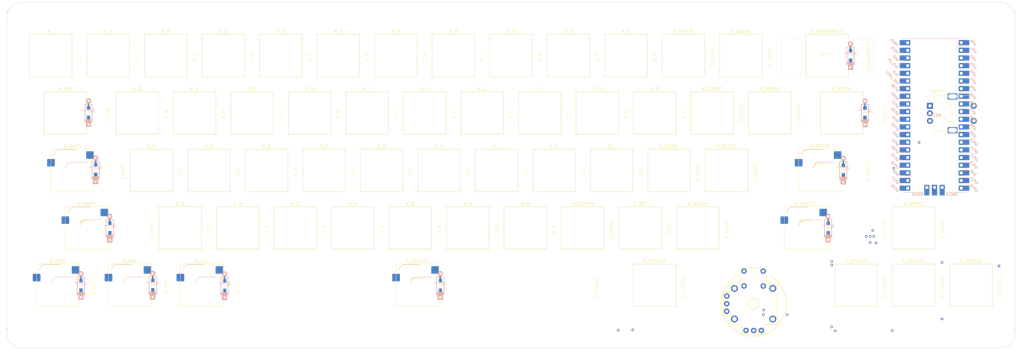
<source format=kicad_pcb>
(kicad_pcb (version 20221018) (generator pcbnew)
  (layers (0 "F.Cu" signal) (31 "B.Cu" signal) (34 "B.Paste" user) (35 "F.Paste" user) (36 "B.SilkS" user "B.Silkscreen") (37 "F.SilkS" user "F.Silkscreen") (38 "B.Mask" user) (39 "F.Mask" user) (44 "Edge.Cuts" user))
  (net 0 "")
  (footprint "Mounting_Keyboard_Stabilizer:Stabilizer_Cherry_MX_6.25u" (layer "F.Cu") (at 283.682955 230.679926)
    (fp_text reference "REF**" (at 0 -2) (layer "F.SilkS"))
    (fp_text value "Stabilizer_Cherry_MX_6.25u" hide)
    (pad "" np_thru_hole circle (at -50 -6.985) (size 3.048 3.048) (drill 3.048) (layers "F&B.Cu" "*.Mask"))
    (pad "" np_thru_hole circle (at -50 8.225) (size 3.9878 3.9878) (drill 3.9878) (layers "F&B.Cu" "*.Mask"))
    (pad "" np_thru_hole circle (at 50 -6.985) (size 3.048 3.048) (drill 3.048) (layers "F&B.Cu" "*.Mask"))
    (pad "" np_thru_hole circle (at 50 8.225) (size 3.9878 3.9878) (drill 3.9878) (layers "F&B.Cu" "*.Mask"))
  )
  (footprint "personal:nothing" (layer "F.Cu") (at 438.945968 174.030227 90)
    (fp_text reference "D_BSLSH" (at 0 -0.5 90 unlocked) (layer "F.SilkS") (effects (font (thickness 0.1))))
    (fp_text value "D")
  )
  (footprint "Switch_Keyboard_Hotswap_Kailh:SW_Kailh_MX_top plate" (layer "F.Cu") (at 233.658468 192.580227)
    (fp_text reference "K_D" (at 0 -8) (layer "F.SilkS"))
    (fp_text value "KEYSW")
    (fp_rect (start -6.97 -6.97) (end 6.98 6.98) (stroke (width 0.05)) (fill none) (layer "Edge.Cuts"))
  )
  (footprint "Switch_Keyboard_Hotswap_Kailh:SW_Kailh_MX_top plate" (layer "F.Cu") (at 386.058468 192.580227)
    (fp_text reference "K_QUOTE" (at 0 -8) (layer "F.SilkS"))
    (fp_text value "KEYSW")
    (fp_rect (start -6.97 -6.97) (end 6.98 6.98) (stroke (width 0.05)) (fill none) (layer "Edge.Cuts"))
  )
  (footprint "Switch_Keyboard_Hotswap_Kailh:SW_Kailh_MX_top plate" (layer "F.Cu") (at 424.158468 173.530227)
    (fp_text reference "K_BSLSH" (at 0 -8) (layer "F.SilkS"))
    (fp_text value "KEYSW")
    (fp_rect (start -6.97 -6.97) (end 6.98 6.98) (stroke (width 0.05)) (fill none) (layer "Edge.Cuts"))
  )
  (footprint "personal:nothing" (layer "F.Cu") (at 300.833468 193.080227 90)
    (fp_text reference "D_H" (at 0 -0.5 90 unlocked) (layer "F.SilkS") (effects (font (thickness 0.1))))
    (fp_text value "D")
  )
  (footprint "Switch_Keyboard_Hotswap_Kailh:SW_Kailh_MX_top plate" (layer "F.Cu") (at 419.395968 154.480227)
    (fp_text reference "K_BACKSPACE" (at 0 -8) (layer "F.SilkS"))
    (fp_text value "KEYSW")
    (fp_rect (start -6.97 -6.97) (end 6.98 6.98) (stroke (width 0.05)) (fill none) (layer "Edge.Cuts"))
  )
  (footprint "personal:nothing" (layer "F.Cu") (at 391.320968 174.030227 90)
    (fp_text reference "D_CBRAC" (at 0 -0.5 90 unlocked) (layer "F.SilkS") (effects (font (thickness 0.1))))
    (fp_text value "D")
  )
  (footprint "Switch_Keyboard_Hotswap_Kailh:SW_Kailh_MX_top plate" (layer "F.Cu") (at 367.008468 192.580227)
    (fp_text reference "K_SEMIC" (at 0 -8) (layer "F.SilkS"))
    (fp_text value "KEYSW")
    (fp_rect (start -6.97 -6.97) (end 6.98 6.98) (stroke (width 0.05)) (fill none) (layer "Edge.Cuts"))
  )
  (footprint "Switch_Keyboard_Hotswap_Kailh:SW_Kailh_MX_top plate" (layer "F.Cu") (at 390.820968 154.480227)
    (fp_text reference "K_EQUAL" (at 0 -8) (layer "F.SilkS"))
    (fp_text value "KEYSW")
    (fp_rect (start -6.97 -6.97) (end 6.98 6.98) (stroke (width 0.05)) (fill none) (layer "Edge.Cuts"))
  )
  (footprint "personal:nothing" (layer "F.Cu") (at 238.920968 174.030227 90)
    (fp_text reference "D_E" (at 0 -0.5 90 unlocked) (layer "F.SilkS") (effects (font (thickness 0.1))))
    (fp_text value "D")
  )
  (footprint "personal:nothing" (layer "F.Cu") (at 334.170968 174.030227 90)
    (fp_text reference "D_I" (at 0 -0.5 90 unlocked) (layer "F.SilkS") (effects (font (thickness 0.1))))
    (fp_text value "D")
  )
  (footprint "personal:nothing" (layer "F.Cu") (at 315.120968 174.030227 90)
    (fp_text reference "D_U" (at 0 -0.5 90 unlocked) (layer "F.SilkS") (effects (font (thickness 0.1))))
    (fp_text value "D")
  )
  (footprint "Switch_Keyboard_Hotswap_Kailh:SW_Kailh_MX_top plate" (layer "F.Cu") (at 243.183468 211.630227)
    (fp_text reference "K_C" (at 0 -8) (layer "F.SilkS"))
    (fp_text value "KEYSW")
    (fp_rect (start -6.97 -6.97) (end 6.98 6.98) (stroke (width 0.05)) (fill none) (layer "Edge.Cuts"))
  )
  (footprint "personal:nothing" (layer "F.Cu") (at 196.058468 212.130227 90)
    (fp_text reference "D_SHIFT" (at 0 -0.5 90 unlocked) (layer "F.SilkS") (effects (font (thickness 0.1))))
    (fp_text value "D")
  )
  (footprint "personal:nothing" (layer "F.Cu") (at 257.970968 174.030227 90)
    (fp_text reference "D_R" (at 0 -0.5 90 unlocked) (layer "F.SilkS") (effects (font (thickness 0.1))))
    (fp_text value "D")
  )
  (footprint "Switch_Keyboard_Hotswap_Kailh:SW_Kailh_MX_top plate" (layer "F.Cu") (at 181.270968 154.480227)
    (fp_text reference "K_1" (at 0 -8) (layer "F.SilkS"))
    (fp_text value "KEYSW")
    (fp_rect (start -6.97 -6.97) (end 6.98 6.98) (stroke (width 0.05)) (fill none) (layer "Edge.Cuts"))
  )
  (footprint "Switch_Keyboard_Hotswap_Kailh:SW_Kailh_MX_top plate" (layer "F.Cu") (at 190.795968 173.530227)
    (fp_text reference "K_Q" (at 0 -8) (layer "F.SilkS"))
    (fp_text value "KEYSW")
    (fp_rect (start -6.97 -6.97) (end 6.98 6.98) (stroke (width 0.05)) (fill none) (layer "Edge.Cuts"))
  )
  (footprint "personal:nothing" (layer "F.Cu") (at 324.645968 154.980227 90)
    (fp_text reference "D_8" (at 0 -0.5 90 unlocked) (layer "F.SilkS") (effects (font (thickness 0.1))))
    (fp_text value "D")
  )
  (footprint "Switch_Keyboard_Hotswap_Kailh:SW_Kailh_MX_top plate" (layer "F.Cu") (at 166.983468 173.530227)
    (fp_text reference "K_TAB" (at 0 -8) (layer "F.SilkS"))
    (fp_text value "KEYSW")
    (fp_rect (start -6.97 -6.97) (end 6.98 6.98) (stroke (width 0.05)) (fill none) (layer "Edge.Cuts"))
  )
  (footprint "Switch_Keyboard_Hotswap_Kailh:SW_Kailh_MX_top plate" (layer "F.Cu") (at 371.770968 154.480227)
    (fp_text reference "K_MINUS" (at 0 -8) (layer "F.SilkS"))
    (fp_text value "KEYSW")
    (fp_rect (start -6.97 -6.97) (end 6.98 6.98) (stroke (width 0.05)) (fill none) (layer "Edge.Cuts"))
  )
  (footprint "personal:nothing" (layer "F.Cu") (at 305.595968 154.980227 90)
    (fp_text reference "D_7" (at 0 -0.5 90 unlocked) (layer "F.SilkS") (effects (font (thickness 0.1))))
    (fp_text value "D")
  )
  (footprint "Switch_Keyboard_Hotswap_Kailh:SW_Kailh_MX_top plate" (layer "F.Cu") (at 257.470968 154.480227)
    (fp_text reference "K_5" (at 0 -8) (layer "F.SilkS"))
    (fp_text value "KEYSW")
    (fp_rect (start -6.97 -6.97) (end 6.98 6.98) (stroke (width 0.05)) (fill none) (layer "Edge.Cuts"))
  )
  (footprint "Switch_Keyboard_Hotswap_Kailh:SW_Hotswap_Kailh_MX_6.25u" (layer "F.Cu") (at 283.664718 230.680227)
    (fp_text reference "K_SPACE1" (at 0 -8) (layer "F.SilkS"))
    (fp_text value "KEYSW")
    (pad "" np_thru_hole circle (at -5.08 0) (size 1.75 1.75) (drill 1.75) (layers "F&B.Cu" "*.Mask"))
    (pad "" np_thru_hole circle (at -3.81 -2.54) (size 3.05 3.05) (drill 3.05) (layers "F&B.Cu" "*.Mask"))
    (pad "" np_thru_hole circle (at 0 0) (size 4 4) (drill 4) (layers "F&B.Cu" "*.Mask"))
    (pad "" np_thru_hole circle (at 2.54 -5.08) (size 3.05 3.05) (drill 3.05) (layers "F&B.Cu" "*.Mask"))
    (pad "" np_thru_hole circle (at 5.08 0) (size 1.75 1.75) (drill 1.75) (layers "F&B.Cu" "*.Mask"))
    (pad "1" smd roundrect (at -7.085 -2.54) (size 2.55 2.5) (layers "B.Cu" "B.Paste" "B.Mask") (roundrect_rratio 0.1))
    (pad "2" smd roundrect (at 5.842 -5.08) (size 2.55 2.5) (layers "B.Cu" "B.Paste" "B.Mask") (roundrect_rratio 0.1))
  )
  (footprint "personal:nothing" (layer "F.Cu") (at 343.695968 154.980227 90)
    (fp_text reference "D_9" (at 0 -0.5 90 unlocked) (layer "F.SilkS") (effects (font (thickness 0.1))))
    (fp_text value "D")
  )
  (footprint "personal:nothing" (layer "F.Cu") (at 277.020968 174.030227 90)
    (fp_text reference "D_T" (at 0 -0.5 90 unlocked) (layer "F.SilkS") (effects (font (thickness 0.1))))
    (fp_text value "D")
  )
  (footprint "Switch_Keyboard_Hotswap_Kailh:SW_Kailh_MX_top plate" (layer "F.Cu") (at 376.533468 211.630227)
    (fp_text reference "K_SLASH" (at 0 -8) (layer "F.SilkS"))
    (fp_text value "KEYSW")
    (fp_rect (start -6.97 -6.97) (end 6.98 6.98) (stroke (width 0.05)) (fill none) (layer "Edge.Cuts"))
  )
  (footprint "personal:nothing" (layer "F.Cu") (at 400.845968 154.980227 90)
    (fp_text reference "D_EQUAL" (at 0 -0.5 90 unlocked) (layer "F.SilkS") (effects (font (thickness 0.1))))
    (fp_text value "D")
  )
  (footprint "Switch_Keyboard_Hotswap_Kailh:SW_Kailh_MX_top plate" (layer "F.Cu") (at 238.420968 154.480227)
    (fp_text reference "K_4" (at 0 -8) (layer "F.SilkS"))
    (fp_text value "KEYSW")
    (fp_rect (start -6.97 -6.97) (end 6.98 6.98) (stroke (width 0.05)) (fill none) (layer "Edge.Cuts"))
  )
  (footprint "Switch_Keyboard_Hotswap_Kailh:SW_Kailh_MX_top plate" (layer "F.Cu") (at 200.320968 154.480227)
    (fp_text reference "K_2" (at 0 -8) (layer "F.SilkS"))
    (fp_text value "KEYSW")
    (fp_rect (start -6.97 -6.97) (end 6.98 6.98) (stroke (width 0.05)) (fill none) (layer "Edge.Cuts"))
  )
  (footprint "personal:nothing" (layer "F.Cu") (at 186.533468 193.080227 90)
    (fp_text reference "D_CAPS" (at 0 -0.5 90 unlocked) (layer "F.SilkS") (effects (font (thickness 0.1))))
    (fp_text value "D")
  )
  (footprint "Switch_Keyboard_Hotswap_Kailh:SW_Hotswap_Kailh_MX_2.75u" (layer "F.Cu") (at 412.252218 211.630227)
    (fp_text reference "K_SHIFT1" (at 0 -8) (layer "F.SilkS"))
    (fp_text value "KEYSW")
    (pad "" np_thru_hole circle (at -5.08 0) (size 1.75 1.75) (drill 1.75) (layers "F&B.Cu" "*.Mask"))
    (pad "" np_thru_hole circle (at -3.81 -2.54) (size 3.05 3.05) (drill 3.05) (layers "F&B.Cu" "*.Mask"))
    (pad "" np_thru_hole circle (at 0 0) (size 4 4) (drill 4) (layers "F&B.Cu" "*.Mask"))
    (pad "" np_thru_hole circle (at 2.54 -5.08) (size 3.05 3.05) (drill 3.05) (layers "F&B.Cu" "*.Mask"))
    (pad "" np_thru_hole circle (at 5.08 0) (size 1.75 1.75) (drill 1.75) (layers "F&B.Cu" "*.Mask"))
    (pad "1" smd roundrect (at -7.085 -2.54) (size 2.55 2.5) (layers "B.Cu" "B.Paste" "B.Mask") (roundrect_rratio 0.1))
    (pad "2" smd roundrect (at 5.842 -5.08) (size 2.55 2.5) (layers "B.Cu" "B.Paste" "B.Mask") (roundrect_rratio 0.1))
  )
  (footprint "personal:nothing" (layer "F.Cu") (at 310.358468 212.130227 90)
    (fp_text reference "D_N" (at 0 -0.5 90 unlocked) (layer "F.SilkS") (effects (font (thickness 0.1))))
    (fp_text value "D")
  )
  (footprint "personal:nothing" (layer "F.Cu") (at 286.545968 154.980227 90)
    (fp_text reference "D_6" (at 0 -0.5 90 unlocked) (layer "F.SilkS") (effects (font (thickness 0.1))))
    (fp_text value "D")
  )
  (footprint "Switch_Keyboard_Hotswap_Kailh:SW_Kailh_MX_top plate" (layer "F.Cu") (at 228.895968 173.530227)
    (fp_text reference "K_E" (at 0 -8) (layer "F.SilkS"))
    (fp_text value "KEYSW")
    (fp_rect (start -6.97 -6.97) (end 6.98 6.98) (stroke (width 0.05)) (fill none) (layer "Edge.Cuts"))
  )
  (footprint "Mounting_Keyboard_Stabilizer:Stabilizer_Cherry_MX_2.00u" (layer "F.Cu") (at 412.252218 211.630227)
    (fp_text reference "REF**" (at 0 -2) (layer "F.SilkS"))
    (fp_text value "Stabilizer_Cherry_MX_2.00u")
    (pad "" np_thru_hole circle (at -11.938 -6.985) (size 3.048 3.048) (drill 3.048) (layers "F&B.Cu" "*.Mask"))
    (pad "" np_thru_hole circle (at -11.938 8.225) (size 3.9878 3.9878) (drill 3.9878) (layers "F&B.Cu" "*.Mask"))
    (pad "" np_thru_hole circle (at 11.938 -6.985) (size 3.048 3.048) (drill 3.048) (layers "F&B.Cu" "*.Mask"))
    (pad "" np_thru_hole circle (at 11.938 8.225) (size 3.9878 3.9878) (drill 3.9878) (layers "F&B.Cu" "*.Mask"))
  )
  (footprint "Switch_Keyboard_Hotswap_Kailh:SW_Hotswap_Kailh_MX_1.25u" (layer "F.Cu") (at 188.414718 230.680227)
    (fp_text reference "K_WIN" (at 0 -8) (layer "F.SilkS"))
    (fp_text value "KEYSW")
    (pad "" np_thru_hole circle (at -5.08 0) (size 1.75 1.75) (drill 1.75) (layers "F&B.Cu" "*.Mask"))
    (pad "" np_thru_hole circle (at -3.81 -2.54) (size 3.05 3.05) (drill 3.05) (layers "F&B.Cu" "*.Mask"))
    (pad "" np_thru_hole circle (at 0 0) (size 4 4) (drill 4) (layers "F&B.Cu" "*.Mask"))
    (pad "" np_thru_hole circle (at 2.54 -5.08) (size 3.05 3.05) (drill 3.05) (layers "F&B.Cu" "*.Mask"))
    (pad "" np_thru_hole circle (at 5.08 0) (size 1.75 1.75) (drill 1.75) (layers "F&B.Cu" "*.Mask"))
    (pad "1" smd roundrect (at -7.085 -2.54) (size 2.55 2.5) (layers "B.Cu" "B.Paste" "B.Mask") (roundrect_rratio 0.1))
    (pad "2" smd roundrect (at 5.842 -5.08) (size 2.55 2.5) (layers "B.Cu" "B.Paste" "B.Mask") (roundrect_rratio 0.1))
  )
  (footprint "Mounting_Keyboard_Stabilizer:top plate stab" (layer "F.Cu") (at 419.406536 154.441245)
    (fp_text reference "REF**" (at 0.013 -0.44 unlocked) (layer "F.SilkS") (effects (font (thickness 0.1))))
    (fp_text value "top plate stab")
    (fp_rect (start -15.31 -5.56) (end -8.57 6.78) (stroke (width 0.05)) (fill none) (layer "Edge.Cuts"))
    (fp_rect (start 8.53 -5.52) (end 15.3 6.78) (stroke (width 0.05)) (fill none) (layer "Edge.Cuts"))
    (pad "" np_thru_hole circle (at -11.948 -6.975) (size 3.048 3.048) (drill 3.048) (layers "F&B.Cu" "*.Mask"))
    (pad "" np_thru_hole circle (at -11.948 8.235) (size 3.9878 3.9878) (drill 3.9878) (layers "F&B.Cu" "*.Mask"))
    (pad "" np_thru_hole circle (at 11.928 -6.975) (size 3.048 3.048) (drill 3.048) (layers "F&B.Cu" "*.Mask"))
    (pad "" np_thru_hole circle (at 11.928 8.235) (size 3.9878 3.9878) (drill 3.9878) (layers "F&B.Cu" "*.Mask"))
  )
  (footprint "personal:nothing" (layer "F.Cu") (at 219.870968 174.030227 90)
    (fp_text reference "D_W" (at 0 -0.5 90 unlocked) (layer "F.SilkS") (effects (font (thickness 0.1))))
    (fp_text value "D")
  )
  (footprint "personal:nothing" (layer "F.Cu") (at 372.270968 231.180227 90)
    (fp_text reference "D_SPACE2" (at 0 -0.5 90 unlocked) (layer "F.SilkS") (effects (font (thickness 0.1))))
    (fp_text value "D")
  )
  (footprint "Switch_Keyboard_Hotswap_Kailh:SW_Kailh_MX_top plate" (layer "F.Cu") (at 428.920968 230.680227)
    (fp_text reference "K_SPACE3" (at 0 -8) (layer "F.SilkS"))
    (fp_text value "KEYSW")
    (fp_rect (start -6.97 -6.97) (end 6.98 6.98) (stroke (width 0.05)) (fill none) (layer "Edge.Cuts"))
  )
  (footprint "Switch_Keyboard_Hotswap_Kailh:SW_Kailh_MX_top plate" (layer "F.Cu") (at 338.433468 211.630227)
    (fp_text reference "K_COMMA" (at 0 -8) (layer "F.SilkS"))
    (fp_text value "KEYSW")
    (fp_rect (start -6.97 -6.97) (end 6.98 6.98) (stroke (width 0.05)) (fill none) (layer "Edge.Cuts"))
  )
  (footprint "Switch_Keyboard_Hotswap_Kailh:SW_Hotswap_Kailh_MX_1.25u" (layer "F.Cu") (at 164.602218 230.680227)
    (fp_text reference "K_CTRL" (at 0 -8) (layer "F.SilkS"))
    (fp_text value "KEYSW")
    (pad "" np_thru_hole circle (at -5.08 0) (size 1.75 1.75) (drill 1.75) (layers "F&B.Cu" "*.Mask"))
    (pad "" np_thru_hole circle (at -3.81 -2.54) (size 3.05 3.05) (drill 3.05) (layers "F&B.Cu" "*.Mask"))
    (pad "" np_thru_hole circle (at 0 0) (size 4 4) (drill 4) (layers "F&B.Cu" "*.Mask"))
    (pad "" np_thru_hole circle (at 2.54 -5.08) (size 3.05 3.05) (drill 3.05) (layers "F&B.Cu" "*.Mask"))
    (pad "" np_thru_hole circle (at 5.08 0) (size 1.75 1.75) (drill 1.75) (layers "F&B.Cu" "*.Mask"))
    (pad "1" smd roundrect (at -7.085 -2.54) (size 2.55 2.5) (layers "B.Cu" "B.Paste" "B.Mask") (roundrect_rratio 0.1))
    (pad "2" smd roundrect (at 5.842 -5.08) (size 2.55 2.5) (layers "B.Cu" "B.Paste" "B.Mask") (roundrect_rratio 0.1))
  )
  (footprint "Switch_Keyboard_Hotswap_Kailh:SW_Kailh_MX_top plate" (layer "F.Cu") (at 247.945968 173.530227)
    (fp_text reference "K_R" (at 0 -8) (layer "F.SilkS"))
    (fp_text value "KEYSW")
    (fp_rect (start -6.97 -6.97) (end 6.98 6.98) (stroke (width 0.05)) (fill none) (layer "Edge.Cuts"))
  )
  (footprint "Switch_Keyboard_Hotswap_Kailh:SW_Kailh_MX_top plate" (layer "F.Cu") (at 209.845968 173.530227)
    (fp_text reference "K_W" (at 0 -8) (layer "F.SilkS"))
    (fp_text value "KEYSW")
    (fp_rect (start -6.97 -6.97) (end 6.98 6.98) (stroke (width 0.05)) (fill none) (layer "Edge.Cuts"))
  )
  (footprint "personal:nothing" (layer "F.Cu") (at 200.820968 231.180227 90)
    (fp_text reference "D_WIN" (at 0 -0.5 90 unlocked) (layer "F.SilkS") (effects (font (thickness 0.1))))
    (fp_text value "D")
  )
  (footprint "personal:nothing" (layer "F.Cu") (at 329.408468 212.130227 90)
    (fp_text reference "D_M" (at 0 -0.5 90 unlocked) (layer "F.SilkS") (effects (font (thickness 0.1))))
    (fp_text value "D")
  )
  (footprint "Switch_Keyboard_Hotswap_Kailh:SW_Kailh_MX_top plate" (layer "F.Cu") (at 467.020968 230.680227)
    (fp_text reference "K_SPACE5" (at 0 -8) (layer "F.SilkS"))
    (fp_text value "KEYSW")
    (fp_rect (start -6.97 -6.97) (end 6.98 6.98) (stroke (width 0.05)) (fill none) (layer "Edge.Cuts"))
  )
  (footprint "Switch_Keyboard_Hotswap_Kailh:SW_Kailh_MX_top plate" (layer "F.Cu") (at 205.083468 211.630227)
    (fp_text reference "K_Z" (at 0 -8) (layer "F.SilkS"))
    (fp_text value "KEYSW")
    (fp_rect (start -6.97 -6.97) (end 6.98 6.98) (stroke (width 0.05)) (fill none) (layer "Edge.Cuts"))
  )
  (footprint "Switch_Keyboard_Hotswap_Kailh:SW_Kailh_MX_top plate" (layer "F.Cu") (at 447.970968 211.630227)
    (fp_text reference "K_SPACE" (at 0 -8) (layer "F.SilkS"))
    (fp_text value "KEYSW")
    (fp_rect (start -6.97 -6.97) (end 6.98 6.98) (stroke (width 0.05)) (fill none) (layer "Edge.Cuts"))
  )
  (footprint "Switch_Keyboard_Hotswap_Kailh:SW_Kailh_MX_top plate" (layer "F.Cu") (at 262.233468 211.630227)
    (fp_text reference "K_V" (at 0 -8) (layer "F.SilkS"))
    (fp_text value "KEYSW")
    (fp_rect (start -6.97 -6.97) (end 6.98 6.98) (stroke (width 0.05)) (fill none) (layer "Edge.Cuts"))
  )
  (footprint "Mounting_Keyboard_Stabilizer:Stabilizer_Cherry_MX_2.00u" (layer "F.Cu") (at 417.014718 192.580227)
    (fp_text reference "REF**" (at 0 -2) (layer "F.SilkS"))
    (fp_text value "Stabilizer_Cherry_MX_2.00u")
    (pad "" np_thru_hole circle (at -11.938 -6.985) (size 3.048 3.048) (drill 3.048) (layers "F&B.Cu" "*.Mask"))
    (pad "" np_thru_hole circle (at -11.938 8.225) (size 3.9878 3.9878) (drill 3.9878) (layers "F&B.Cu" "*.Mask"))
    (pad "" np_thru_hole circle (at 11.938 -6.985) (size 3.048 3.048) (drill 3.048) (layers "F&B.Cu" "*.Mask"))
    (pad "" np_thru_hole circle (at 11.938 8.225) (size 3.9878 3.9878) (drill 3.9878) (layers "F&B.Cu" "*.Mask"))
  )
  (footprint "Switch_Keyboard_Hotswap_Kailh:SW_Kailh_MX_top plate" (layer "F.Cu") (at 271.758468 192.580227)
    (fp_text reference "K_G" (at 0 -8) (layer "F.SilkS"))
    (fp_text value "KEYSW")
    (fp_rect (start -6.97 -6.97) (end 6.98 6.98) (stroke (width 0.05)) (fill none) (layer "Edge.Cuts"))
  )
  (footprint "personal:nothing" (layer "F.Cu") (at 386.558468 212.130227 90)
    (fp_text reference "D_SLASH" (at 0 -0.5 90 unlocked) (layer "F.SilkS") (effects (font (thickness 0.1))))
    (fp_text value "D")
  )
  (footprint "personal:nothing" (layer "F.Cu") (at 243.683468 193.080227 90)
    (fp_text reference "D_D" (at 0 -0.5 90 unlocked) (layer "F.SilkS") (effects (font (thickness 0.1))))
    (fp_text value "D")
  )
  (footprint "Switch_Keyboard_Hotswap_Kailh:SW_Kailh_MX_top plate" (layer "F.Cu") (at 290.808468 192.580227)
    (fp_text reference "K_H" (at 0 -8) (layer "F.SilkS"))
    (fp_text value "KEYSW")
    (fp_rect (start -6.97 -6.97) (end 6.98 6.98) (stroke (width 0.05)) (fill none) (layer "Edge.Cuts"))
  )
  (footprint "personal:nothing" (layer "F.Cu") (at 210.345968 154.980227 90)
    (fp_text reference "D_2" (at 0 -0.5 90 unlocked) (layer "F.SilkS") (effects (font (thickness 0.1))))
    (fp_text value "D")
  )
  (footprint "Switch_Keyboard_Hotswap_Kailh:SW_Kailh_MX_top plate" (layer "F.Cu") (at 219.370968 154.480227)
    (fp_text reference "K_3" (at 0 -8) (layer "F.SilkS"))
    (fp_text value "KEYSW")
    (fp_rect (start -6.97 -6.97) (end 6.98 6.98) (stroke (width 0.05)) (fill none) (layer "Edge.Cuts"))
  )
  (footprint "personal:nothing" (layer "F.Cu") (at 177.008468 231.180227 90)
    (fp_text reference "D_CTRL" (at 0 -0.5 90 unlocked) (layer "F.SilkS") (effects (font (thickness 0.1))))
    (fp_text value "D")
  )
  (footprint "personal:nothing" (layer "F.Cu") (at 438.945968 154.980227 90)
    (fp_text reference "D_BACKSPACE" (at 0.01531 -5.73765 90 unlocked) (layer "F.SilkS") (effects (font (thickness 0.1))))
    (fp_text value "D")
  )
  (footprint "Switch_Keyboard_Hotswap_Kailh:SW_Kailh_MX_top plate" (layer "F.Cu") (at 328.908468 192.580227)
    (fp_text reference "K_K" (at 0 -8) (layer "F.SilkS"))
    (fp_text value "KEYSW")
    (fp_rect (start -6.97 -6.97) (end 6.98 6.98) (stroke (width 0.05)) (fill none) (layer "Edge.Cuts"))
  )
  (footprint "personal:nothing" (layer "F.Cu") (at 248.445968 154.980227 90)
    (fp_text reference "D_4" (at 0 -0.5 90 unlocked) (layer "F.SilkS") (effects (font (thickness 0.1))))
    (fp_text value "D")
  )
  (footprint "personal:nothing" (layer "F.Cu") (at 296.070968 174.030227 90)
    (fp_text reference "D_Y" (at 0 -0.5 90 unlocked) (layer "F.SilkS") (effects (font (thickness 0.1))))
    (fp_text value "D")
  )
  (footprint "personal:nothing" (layer "F.Cu") (at 253.208468 212.130227 90)
    (fp_text reference "D_C" (at 0 -0.5 90 unlocked) (layer "F.SilkS") (effects (font (thickness 0.1))))
    (fp_text value "D")
  )
  (footprint "personal:nothing" (layer "F.Cu") (at 343.695968 231.180227 90)
    (fp_text reference "D_SPACE1" (at 0 -0.5 90 unlocked) (layer "F.SilkS") (effects (font (thickness 0.1))))
    (fp_text value "D")
  )
  (footprint "Switch_Keyboard_Hotswap_Kailh:SW_Kailh_MX_top plate" (layer "F.Cu") (at 305.095968 173.530227)
    (fp_text reference "K_U" (at 0 -8) (layer "F.SilkS"))
    (fp_text value "KEYSW")
    (fp_rect (start -6.97 -6.97) (end 6.98 6.98) (stroke (width 0.05)) (fill none) (layer "Edge.Cuts"))
  )
  (footprint "Switch_Keyboard_Hotswap_Kailh:SW_Kailh_MX_top plate" (layer "F.Cu") (at 381.295968 173.530227)
    (fp_text reference "K_CBRAC" (at 0 -8) (layer "F.SilkS"))
    (fp_text value "KEYSW")
    (fp_rect (start -6.97 -6.97) (end 6.98 6.98) (stroke (width 0.05)) (fill none) (layer "Edge.Cuts"))
  )
  (footprint "personal:nothing" (layer "F.Cu") (at 205.583468 193.080227 90)
    (fp_text reference "D_A" (at 0 -0.5 90 unlocked) (layer "F.SilkS") (effects (font (thickness 0.1))))
    (fp_text value "D")
  )
  (footprint "Switch_Keyboard_Hotswap_Kailh:SW_Kailh_MX_top plate" (layer "F.Cu") (at 324.145968 173.530227)
    (fp_text reference "K_I" (at 0 -8) (layer "F.SilkS"))
    (fp_text value "KEYSW")
    (fp_rect (start -6.97 -6.97) (end 6.98 6.98) (stroke (width 0.05)) (fill none) (layer "Edge.Cuts"))
  )
  (footprint "personal:nothing" (layer "F.Cu") (at 377.033468 193.080227 90)
    (fp_text reference "D_SEMIC" (at 0 -0.5 90 unlocked) (layer "F.SilkS") (effects (font (thickness 0.1))))
    (fp_text value "D")
  )
  (footprint "Switch_Keyboard_Hotswap_Kailh:SW_Kailh_MX_top plate" (layer "F.Cu") (at 295.570968 154.480227)
    (fp_text reference "K_7" (at 0 -8) (layer "F.SilkS"))
    (fp_text value "KEYSW")
    (fp_rect (start -6.97 -6.97) (end 6.98 6.98) (stroke (width 0.05)) (fill none) (layer "Edge.Cuts"))
  )
  (footprint "Switch_Keyboard_Hotswap_Kailh:SW_Kailh_MX_top plate" (layer "F.Cu") (at 309.858468 192.580227)
    (fp_text reference "K_J" (at 0 -8) (layer "F.SilkS"))
    (fp_text value "KEYSW")
    (fp_rect (start -6.97 -6.97) (end 6.98 6.98) (stroke (width 0.05)) (fill none) (layer "Edge.Cuts"))
  )
  (footprint "personal:nothing" (layer "F.Cu") (at 367.508468 212.130227 90)
    (fp_text reference "D_DOT" (at 0 -0.5 90 unlocked) (layer "F.SilkS") (effects (font (thickness 0.1))))
    (fp_text value "D")
  )
  (footprint "Switch_Keyboard_Hotswap_Kailh:SW_Kailh_MX_top plate" (layer "F.Cu") (at 252.708468 192.580227)
    (fp_text reference "K_F" (at 0 -8) (layer "F.SilkS"))
    (fp_text value "KEYSW")
    (fp_rect (start -6.97 -6.97) (end 6.98 6.98) (stroke (width 0.05)) (fill none) (layer "Edge.Cuts"))
  )
  (footprint "personal:nothing" (layer "F.Cu") (at 291.308468 212.130227 90)
    (fp_text reference "D_B" (at 0 -0.5 90 unlocked) (layer "F.SilkS") (effects (font (thickness 0.1))))
    (fp_text value "D")
  )
  (footprint "personal:nothing" (layer "F.Cu") (at 362.745968 154.980227 90)
    (fp_text reference "D_0" (at 0 -0.5 90 unlocked) (layer "F.SilkS") (effects (font (thickness 0.1))))
    (fp_text value "D")
  )
  (footprint "personal:nothing" (layer "F.Cu") (at 319.883468 193.080227 90)
    (fp_text reference "D_J" (at 0 -0.5 90 unlocked) (layer "F.SilkS") (effects (font (thickness 0.1))))
    (fp_text value "D")
  )
  (footprint "personal:nothing" (layer "F.Cu") (at 262.733468 193.080227 90)
    (fp_text reference "D_F" (at 0 -0.5 90 unlocked) (layer "F.SilkS") (effects (font (thickness 0.1))))
    (fp_text value "D")
  )
  (footprint "Switch_Keyboard_Hotswap_Kailh:SW_Kailh_MX_top plate" (layer "F.Cu") (at 319.383468 211.630227)
    (fp_text reference "K_M" (at 0 -8) (layer "F.SilkS"))
    (fp_text value "KEYSW")
    (fp_rect (start -6.97 -6.97) (end 6.98 6.98) (stroke (width 0.05)) (fill none) (layer "Edge.Cuts"))
  )
  (footprint "personal:nothing" (layer "F.Cu") (at 267.495968 154.980227 90)
    (fp_text reference "D_5" (at 0 -0.5 90 unlocked) (layer "F.SilkS") (effects (font (thickness 0.1))))
    (fp_text value "D")
  )
  (footprint "Rotary_Encoder:RotaryEncoder_Alps_EC11E-Switch_Vertical_H20mm" (layer "F.Cu") (at 453.407226 171.158755)
    (fp_text reference "REF**" (at 2.8 -4.7) (layer "F.SilkS"))
    (fp_text value "RotaryEncoder_Alps_EC11E-Switch_Vertical_H20mm" hide)
    (pad "A" thru_hole rect (at 0 0) (size 2 2) (drill 1) (layers "*.Cu" "*.Mask"))
    (pad "B" thru_hole circle (at 0 5) (size 2 2) (drill 1) (layers "*.Cu" "*.Mask"))
    (pad "C" thru_hole circle (at 0 2.5) (size 2 2) (drill 1) (layers "*.Cu" "*.Mask"))
    (pad "MP" thru_hole rect (at 7.5 -3.1) (size 3.2 2) (drill oval 2.8 1.5) (layers "*.Cu" "*.Mask"))
    (pad "MP" thru_hole rect (at 7.5 8.1) (size 3.2 2) (drill oval 2.8 1.5) (layers "*.Cu" "*.Mask"))
    (pad "S1" thru_hole circle (at 14.5 5) (size 2 2) (drill 1) (layers "*.Cu" "*.Mask"))
    (pad "S2" thru_hole circle (at 14.5 0) (size 2 2) (drill 1) (layers "*.Cu" "*.Mask"))
  )
  (footprint "personal:nothing" (layer "F.Cu") (at 224.633468 231.180227 90)
    (fp_text reference "D_ALT" (at 0 -0.5 90 unlocked) (layer "F.SilkS") (effects (font (thickness 0.1))))
    (fp_text value "D")
  )
  (footprint "personal:nothing" (layer "F.Cu") (at 477.045968 231.180227 90)
    (fp_text reference "D_SPACE5" (at 0 -0.5 90 unlocked) (layer "F.SilkS") (effects (font (thickness 0.1))))
    (fp_text value "D")
  )
  (footprint "Switch_Keyboard_Hotswap_Kailh:SW_Kailh_MX_top plate" (layer "F.Cu") (at 447.970968 230.680227)
    (fp_text reference "K_SPACE4" (at 0 -8) (layer "F.SilkS"))
    (fp_text value "KEYSW")
    (fp_rect (start -6.97 -6.97) (end 6.98 6.98) (stroke (width 0.05)) (fill none) (layer "Edge.Cuts"))
  )
  (footprint "personal:nothing" (layer "F.Cu") (at 224.633468 193.080227 90)
    (fp_text reference "D_S" (at 0 -0.5 90 unlocked) (layer "F.SilkS") (effects (font (thickness 0.1))))
    (fp_text value "D")
  )
  (footprint "personal:nothing" (layer "F.Cu") (at 172.245968 154.980227 90)
    (fp_text reference "D_`" (at 0 -0.5 90 unlocked) (layer "F.SilkS") (effects (font (thickness 0.1))))
    (fp_text value "D")
  )
  (footprint "Switch_Keyboard_Hotswap_Kailh:SW_Hotswap_Kailh_MX_2.25u" (layer "F.Cu") (at 174.127218 211.630227)
    (fp_text reference "K_SHIFT" (at 0 -8) (layer "F.SilkS"))
    (fp_text value "KEYSW")
    (pad "" np_thru_hole circle (at -5.08 0) (size 1.75 1.75) (drill 1.75) (layers "F&B.Cu" "*.Mask"))
    (pad "" np_thru_hole circle (at -3.81 -2.54) (size 3.05 3.05) (drill 3.05) (layers "F&B.Cu" "*.Mask"))
    (pad "" np_thru_hole circle (at 0 0) (size 4 4) (drill 4) (layers "F&B.Cu" "*.Mask"))
    (pad "" np_thru_hole circle (at 2.54 -5.08) (size 3.05 3.05) (drill 3.05) (layers "F&B.Cu" "*.Mask"))
    (pad "" np_thru_hole circle (at 5.08 0) (size 1.75 1.75) (drill 1.75) (layers "F&B.Cu" "*.Mask"))
    (pad "1" smd roundrect (at -7.085 -2.54) (size 2.55 2.5) (layers "B.Cu" "B.Paste" "B.Mask") (roundrect_rratio 0.1))
    (pad "2" smd roundrect (at 5.842 -5.08) (size 2.55 2.5) (layers "B.Cu" "B.Paste" "B.Mask") (roundrect_rratio 0.1))
  )
  (footprint "Switch_Keyboard_Hotswap_Kailh:SW_Kailh_MX_top plate" (layer "F.Cu") (at 352.720968 154.480227)
    (fp_text reference "K_0" (at 0 -8) (layer "F.SilkS"))
    (fp_text value "KEYSW")
    (fp_rect (start -6.97 -6.97) (end 6.98 6.98) (stroke (width 0.05)) (fill none) (layer "Edge.Cuts"))
  )
  (footprint "Switch_Keyboard_Hotswap_Kailh:SW_Kailh_MX_top plate" (layer "F.Cu") (at 357.483468 211.630227)
    (fp_text reference "K_DOT" (at 0 -8) (layer "F.SilkS"))
    (fp_text value "KEYSW")
    (fp_rect (start -6.97 -6.97) (end 6.98 6.98) (stroke (width 0.05)) (fill none) (layer "Edge.Cuts"))
  )
  (footprint "personal:nothing" (layer "F.Cu") (at 215.108468 212.130227 90)
    (fp_text reference "D_Z" (at 0 -0.5 90 unlocked) (layer "F.SilkS") (effects (font (thickness 0.1))))
    (fp_text value "D")
  )
  (footprint "Switch_Keyboard_Hotswap_Kailh:SW_Kailh_MX_top plate" (layer "F.Cu") (at 333.670968 154.480227)
    (fp_text reference "K_9" (at 0 -8) (layer "F.SilkS"))
    (fp_text value "KEYSW")
    (fp_rect (start -6.97 -6.97) (end 6.98 6.98) (stroke (width 0.05)) (fill none) (layer "Edge.Cuts"))
  )
  (footprint "personal:nothing" (layer "F.Cu") (at 457.995968 212.130227 90)
    (fp_text reference "D_SPACE" (at 0 -0.5 90 unlocked) (layer "F.SilkS") (effects (font (thickness 0.1))))
    (fp_text value "D")
  )
  (footprint "personal:nothing" (layer "F.Cu") (at 338.933468 193.080227 90)
    (fp_text reference "D_K" (at 0 -0.5 90 unlocked) (layer "F.SilkS") (effects (font (thickness 0.1))))
    (fp_text value "D")
  )
  (footprint "personal:nothing" (layer "F.Cu") (at 272.258468 212.130227 90)
    (fp_text reference "D_V" (at 0 -0.5 90 unlocked) (layer "F.SilkS") (effects (font (thickness 0.1))))
    (fp_text value "D")
  )
  (footprint "personal:nothing" (layer "F.Cu") (at 372.270968 174.030227 90)
    (fp_text reference "D_P" (at 0 -0.5 90 unlocked) (layer "F.SilkS") (effects (font (thickness 0.1))))
    (fp_text value "D")
  )
  (footprint "personal:nothing" (layer "F.Cu") (at 191.295968 154.980227 90)
    (fp_text reference "D_1" (at 0 -0.5 90 unlocked) (layer "F.SilkS") (effects (font (thickness 0.1))))
    (fp_text value "D")
  )
  (footprint "Switch_Keyboard_Hotswap_Kailh:SW_Hotswap_Kailh_MX_2.25u" (layer "F.Cu") (at 417.014718 192.580227)
    (fp_text reference "K_ENTER" (at 0 -8) (layer "F.SilkS"))
    (fp_text value "KEYSW")
    (pad "" np_thru_hole circle (at -5.08 0) (size 1.75 1.75) (drill 1.75) (layers "F&B.Cu" "*.Mask"))
    (pad "" np_thru_hole circle (at -3.81 -2.54) (size 3.05 3.05) (drill 3.05) (layers "F&B.Cu" "*.Mask"))
    (pad "" np_thru_hole circle (at 0 0) (size 4 4) (drill 4) (layers "F&B.Cu" "*.Mask"))
    (pad "" np_thru_hole circle (at 2.54 -5.08) (size 3.05 3.05) (drill 3.05) (layers "F&B.Cu" "*.Mask"))
    (pad "" np_thru_hole circle (at 5.08 0) (size 1.75 1.75) (drill 1.75) (layers "F&B.Cu" "*.Mask"))
    (pad "1" smd roundrect (at -7.085 -2.54) (size 2.55 2.5) (layers "B.Cu" "B.Paste" "B.Mask") (roundrect_rratio 0.1))
    (pad "2" smd roundrect (at 5.842 -5.08) (size 2.55 2.5) (layers "B.Cu" "B.Paste" "B.Mask") (roundrect_rratio 0.1))
  )
  (footprint "Switch_Keyboard_Hotswap_Kailh:SW_Kailh_MX_top plate" (layer "F.Cu") (at 224.133468 211.630227)
    (fp_text reference "K_X" (at 0 -8) (layer "F.SilkS"))
    (fp_text value "KEYSW")
    (fp_rect (start -6.97 -6.97) (end 6.98 6.98) (stroke (width 0.05)) (fill none) (layer "Edge.Cuts"))
  )
  (footprint "Switch_Keyboard_Hotswap_Kailh:SW_Kailh_MX_top plate" (layer "F.Cu") (at 362.245968 230.680227)
    (fp_text reference "K_SPACE2" (at 0 -8) (layer "F.SilkS"))
    (fp_text value "KEYSW")
    (fp_rect (start -6.97 -6.97) (end 6.98 6.98) (stroke (width 0.05)) (fill none) (layer "Edge.Cuts"))
  )
  (footprint "Switch_Keyboard_Hotswap_Kailh:SW_Kailh_MX_top plate" (layer "F.Cu") (at 314.620968 154.480227)
    (fp_text reference "K_8" (at 0 -8) (layer "F.SilkS"))
    (fp_text value "KEYSW")
    (fp_rect (start -6.97 -6.97) (end 6.98 6.98) (stroke (width 0.05)) (fill none) (layer "Edge.Cuts"))
  )
  (footprint "personal:nothing" (layer "F.Cu") (at 410.370968 174.030227 90)
    (fp_text reference "D_OBRAC" (at 0 -0.5 90 unlocked) (layer "F.SilkS") (effects (font (thickness 0.1))))
    (fp_text value "D")
  )
  (footprint "Switch_Keyboard_Hotswap_Kailh:SW_Hotswap_Kailh_MX_1.75u" (layer "F.Cu") (at 169.364718 192.580227)
    (fp_text reference "K_CAPS" (at 0 -8) (layer "F.SilkS"))
    (fp_text value "KEYSW")
    (pad "" np_thru_hole circle (at -5.08 0) (size 1.75 1.75) (drill 1.75) (layers "F&B.Cu" "*.Mask"))
    (pad "" np_thru_hole circle (at -3.81 -2.54) (size 3.05 3.05) (drill 3.05) (layers "F&B.Cu" "*.Mask"))
    (pad "" np_thru_hole circle (at 0 0) (size 4 4) (drill 4) (layers "F&B.Cu" "*.Mask"))
    (pad "" np_thru_hole circle (at 2.54 -5.08) (size 3.05 3.05) (drill 3.05) (layers "F&B.Cu" "*.Mask"))
    (pad "" np_thru_hole circle (at 5.08 0) (size 1.75 1.75) (drill 1.75) (layers "F&B.Cu" "*.Mask"))
    (pad "1" smd roundrect (at -7.085 -2.54) (size 2.55 2.5) (layers "B.Cu" "B.Paste" "B.Mask") (roundrect_rratio 0.1))
    (pad "2" smd roundrect (at 5.842 -5.08) (size 2.55 2.5) (layers "B.Cu" "B.Paste" "B.Mask") (roundrect_rratio 0.1))
  )
  (footprint "Switch_Keyboard_Hotswap_Kailh:SW_Kailh_MX_top plate" (layer "F.Cu") (at 195.558468 192.580227)
    (fp_text reference "K_A" (at 0 -8) (layer "F.SilkS"))
    (fp_text value "KEYSW")
    (fp_rect (start -6.97 -6.97) (end 6.98 6.98) (stroke (width 0.05)) (fill none) (layer "Edge.Cuts"))
  )
  (footprint "Switch_Keyboard_Hotswap_Kailh:SW_Kailh_MX_top plate" (layer "F.Cu") (at 162.220968 154.480227)
    (fp_text reference "K_`" (at 0 -8) (layer "F.SilkS"))
    (fp_text value "KEYSW")
    (fp_rect (start -6.97 -6.97) (end 6.98 6.98) (stroke (width 0.05)) (fill none) (layer "Edge.Cuts"))
  )
  (footprint "personal:nothing" (layer "F.Cu") (at 353.220968 174.030227 90)
    (fp_text reference "D_O" (at 0 -0.5 90 unlocked) (layer "F.SilkS") (effects (font (thickness 0.1))))
    (fp_text value "D")
  )
  (footprint "personal:nothing" (layer "F.Cu") (at 438.945968 193.080227 90)
    (fp_text reference "D_ENTER" (at 0.090113 -6.023605 90 unlocked) (layer "F.SilkS") (effects (font (thickness 0.1))))
    (fp_text value "D")
  )
  (footprint "Switch_Keyboard_Hotswap_Kailh:SW_Kailh_MX_top plate" (layer "F.Cu") (at 266.995968 173.530227)
    (fp_text reference "K_T" (at 0 -8) (layer "F.SilkS"))
    (fp_text value "KEYSW")
    (fp_rect (start -6.97 -6.97) (end 6.98 6.98) (stroke (width 0.05)) (fill none) (layer "Edge.Cuts"))
  )
  (footprint "Switch_Keyboard_Hotswap_Kailh:SW_Kailh_MX_top plate" (layer "F.Cu") (at 286.045968 173.530227)
    (fp_text reference "K_Y" (at 0 -8) (layer "F.SilkS"))
    (fp_text value "KEYSW")
    (fp_rect (start -6.97 -6.97) (end 6.98 6.98) (stroke (width 0.05)) (fill none) (layer "Edge.Cuts"))
  )
  (footprint "personal:nothing" (layer "F.Cu") (at 438.945968 212.130227 90)
    (fp_text reference "D_SHIFT1" (at 0 -0.5 90 unlocked) (layer "F.SilkS") (effects (font (thickness 0.1))))
    (fp_text value "D")
  )
  (footprint "Switch_Keyboard_Hotswap_Kailh:SW_Hotswap_Kailh_MX_1.25u" (layer "F.Cu") (at 212.227218 230.680227)
    (fp_text reference "K_ALT" (at 0 -8) (layer "F.SilkS"))
    (fp_text value "KEYSW")
    (pad "" np_thru_hole circle (at -5.08 0) (size 1.75 1.75) (drill 1.75) (layers "F&B.Cu" "*.Mask"))
    (pad "" np_thru_hole circle (at -3.81 -2.54) (size 3.05 3.05) (drill 3.05) (layers "F&B.Cu" "*.Mask"))
    (pad "" np_thru_hole circle (at 0 0) (size 4 4) (drill 4) (layers "F&B.Cu" "*.Mask"))
    (pad "" np_thru_hole circle (at 2.54 -5.08) (size 3.05 3.05) (drill 3.05) (layers "F&B.Cu" "*.Mask"))
    (pad "" np_thru_hole circle (at 5.08 0) (size 1.75 1.75) (drill 1.75) (layers "F&B.Cu" "*.Mask"))
    (pad "1" smd roundrect (at -7.085 -2.54) (size 2.55 2.5) (layers "B.Cu" "B.Paste" "B.Mask") (roundrect_rratio 0.1))
    (pad "2" smd roundrect (at 5.842 -5.08) (size 2.55 2.5) (layers "B.Cu" "B.Paste" "B.Mask") (roundrect_rratio 0.1))
  )
  (footprint "personal:nothing" (layer "F.Cu") (at 181.770968 174.030227 90)
    (fp_text reference "D_TAB" (at 0 -0.5 90 unlocked) (layer "F.SilkS") (effects (font (thickness 0.1))))
    (fp_text value "D")
  )
  (footprint "Switch_Keyboard_Hotswap_Kailh:SW_Kailh_MX_top plate" (layer "F.Cu") (at 343.195968 173.530227)
    (fp_text reference "K_O" (at 0 -8) (layer "F.SilkS"))
    (fp_text value "KEYSW")
    (fp_rect (start -6.97 -6.97) (end 6.98 6.98) (stroke (width 0.05)) (fill none) (layer "Edge.Cuts"))
  )
  (footprint "personal:nothing" (layer "F.Cu") (at 200.820968 174.030227 90)
    (fp_text reference "D_Q" (at 0 -0.5 90 unlocked) (layer "F.SilkS") (effects (font (thickness 0.1))))
    (fp_text value "D")
  )
  (footprint "personal:nothing" (layer "F.Cu") (at 396.083468 193.080227 90)
    (fp_text reference "D_QUOTE" (at 0 -0.5 90 unlocked) (layer "F.SilkS") (effects (font (thickness 0.1))))
    (fp_text value "D")
  )
  (footprint "Switch_Keyboard_Hotswap_Kailh:SW_Kailh_MX_top plate" (layer "F.Cu") (at 362.245968 173.530227)
    (fp_text reference "K_P" (at 0 -8) (layer "F.SilkS"))
    (fp_text value "KEYSW")
    (fp_rect (start -6.97 -6.97) (end 6.98 6.98) (stroke (width 0.05)) (fill none) (layer "Edge.Cuts"))
  )
  (footprint "personal:nothing" (layer "F.Cu") (at 357.983468 193.080227 90)
    (fp_text reference "D_L" (at 0 -0.5 90 unlocked) (layer "F.SilkS") (effects (font (thickness 0.1))))
    (fp_text value "D")
  )
  (footprint "Switch_Keyboard_Hotswap_Kailh:SW_Kailh_MX_top plate" (layer "F.Cu") (at 300.333468 211.630227)
    (fp_text reference "K_N" (at 0 -8) (layer "F.SilkS"))
    (fp_text value "KEYSW")
    (fp_rect (start -6.97 -6.97) (end 6.98 6.98) (stroke (width 0.05)) (fill none) (layer "Edge.Cuts"))
  )
  (footprint "Mounting_Keyboard_Stabilizer:Stabilizer_Cherry_MX_2.00u" (layer "F.Cu") (at 174.127218 211.630227)
    (fp_text reference "REF**" (at 0 -2) (layer "F.SilkS"))
    (fp_text value "Stabilizer_Cherry_MX_2.00u")
    (pad "" np_thru_hole circle (at -11.938 -6.985) (size 3.048 3.048) (drill 3.048) (layers "F&B.Cu" "*.Mask"))
    (pad "" np_thru_hole circle (at -11.938 8.225) (size 3.9878 3.9878) (drill 3.9878) (layers "F&B.Cu" "*.Mask"))
    (pad "" np_thru_hole circle (at 11.938 -6.985) (size 3.048 3.048) (drill 3.048) (layers "F&B.Cu" "*.Mask"))
    (pad "" np_thru_hole circle (at 11.938 8.225) (size 3.9878 3.9878) (drill 3.9878) (layers "F&B.Cu" "*.Mask"))
  )
  (footprint "personal:nothing" (layer "F.Cu") (at 348.458468 212.130227 90)
    (fp_text reference "D_COMMA" (at 0 -0.5 90 unlocked) (layer "F.SilkS") (effects (font (thickness 0.1))))
    (fp_text value "D")
  )
  (footprint "personal:nothing" (layer "F.Cu") (at 438.945968 231.180227 90)
    (fp_text reference "D_SPACE3" (at 0 -0.5 90 unlocked) (layer "F.SilkS") (effects (font (thickness 0.1))))
    (fp_text value "D")
  )
  (footprint "personal:nothing" (layer "F.Cu") (at 457.995968 231.180227 90)
    (fp_text reference "D_SPACE4" (at 0 -0.5 90 unlocked) (layer "F.SilkS") (effects (font (thickness 0.1))))
    (fp_text value "D")
  )
  (footprint "Switch_Keyboard_Hotswap_Kailh:SW_Kailh_MX_top plate" (layer "F.Cu") (at 347.958468 192.580227)
    (fp_text reference "K_L" (at 0 -8) (layer "F.SilkS"))
    (fp_text value "KEYSW")
    (fp_rect (start -6.97 -6.97) (end 6.98 6.98) (stroke (width 0.05)) (fill none) (layer "Edge.Cuts"))
  )
  (footprint "personal:nothing" (layer "F.Cu") (at 381.795968 154.980227 90)
    (fp_text reference "D_MINUS" (at 0 -0.5 90 unlocked) (layer "F.SilkS") (effects (font (thickness 0.1))))
    (fp_text value "D")
  )
  (footprint "Switch_Keyboard_Hotswap_Kailh:SW_Kailh_MX_top plate" (layer "F.Cu") (at 400.345968 173.530227)
    (fp_text reference "K_OBRAC" (at 0 -8) (layer "F.SilkS"))
    (fp_text value "KEYSW")
    (fp_rect (start -6.97 -6.97) (end 6.98 6.98) (stroke (width 0.05)) (fill none) (layer "Edge.Cuts"))
  )
  (footprint "personal:nothing" (layer "F.Cu") (at 234.158468 212.130227 90)
    (fp_text reference "D_X" (at 0 -0.5 90 unlocked) (layer "F.SilkS") (effects (font (thickness 0.1))))
    (fp_text value "D")
  )
  (footprint "Switch_Keyboard_Hotswap_Kailh:SW_Kailh_MX_top plate" (layer "F.Cu") (at 214.608468 192.580227)
    (fp_text reference "K_S" (at 0 -8) (layer "F.SilkS"))
    (fp_text value "KEYSW")
    (fp_rect (start -6.97 -6.97) (end 6.98 6.98) (stroke (width 0.05)) (fill none) (layer "Edge.Cuts"))
  )
  (footprint "personal:nothing" (layer "F.Cu") (at 281.783468 193.080227 90)
    (fp_text reference "D_G" (at 0 -0.5 90 unlocked) (layer "F.SilkS") (effects (font (thickness 0.1))))
    (fp_text value "D")
  )
  (footprint "personal:nothing" (layer "F.Cu") (at 229.395968 154.980227 90)
    (fp_text reference "D_3" (at 0 -0.5 90 unlocked) (layer "F.SilkS") (effects (font (thickness 0.1))))
    (fp_text value "D")
  )
  (footprint "Switch_Keyboard_Hotswap_Kailh:SW_Kailh_MX_top plate" (layer "F.Cu") (at 276.520968 154.480227)
    (fp_text reference "K_6" (at 0 -8) (layer "F.SilkS"))
    (fp_text value "KEYSW")
    (fp_rect (start -6.97 -6.97) (end 6.98 6.98) (stroke (width 0.05)) (fill none) (layer "Edge.Cuts"))
  )
  (footprint "Switch_Keyboard_Hotswap_Kailh:SW_Kailh_MX_top plate" (layer "F.Cu") (at 281.283468 211.630227)
    (fp_text reference "K_B" (at 0 -8) (layer "F.SilkS"))
    (fp_text value "KEYSW")
    (fp_rect (start -6.97 -6.97) (end 6.98 6.98) (stroke (width 0.05)) (fill none) (layer "Edge.Cuts"))
  )
  (footprint "PS4_joystick_footprint-main:PS4_joystick" (layer "F.Cu") (at 395.012113 236.797214)
    (fp_text reference "REF**" hide)
    (fp_text value "XDCR_COM-09032" hide)
    (pad "B1A" thru_hole circle (at -3.175 -10.8148) (size 1.778 1.778) (drill 0.9) (layers "*.Cu" "*.Mask"))
    (pad "B1B" thru_hole circle (at 3.175 -10.795) (size 1.778 1.778) (drill 0.9) (layers "*.Cu" "*.Mask"))
    (pad "B2A" thru_hole circle (at -3.175 -5.8748) (size 1.778 1.778) (drill 0.9) (layers "*.Cu" "*.Mask"))
    (pad "B2B" thru_hole circle (at 3.185 -5.8548) (size 1.778 1.778) (drill 0.9) (layers "*.Cu" "*.Mask"))
    (pad "H1" thru_hole circle (at -2.525 8.8752) (size 1.778 1.778) (drill 0.889) (layers "*.Cu" "*.Mask"))
    (pad "H2" thru_hole circle (at 0.015 8.8952) (size 1.778 1.778) (drill 0.889) (layers "*.Cu" "*.Mask"))
    (pad "H3" thru_hole circle (at 2.555 8.8752) (size 1.778 1.778) (drill 0.889) (layers "*.Cu" "*.Mask"))
    (pad "S1" thru_hole circle (at -6.35 -5.0648) (size 2.286 2.286) (drill 1.397) (layers "*.Cu" "*.Mask"))
    (pad "S2" thru_hole circle (at -6.35 5.0652) (size 2.286 2.286) (drill 1.397) (layers "*.Cu" "*.Mask"))
    (pad "S3" thru_hole circle (at 6.35 5.08) (size 2.286 2.286) (drill 1.397) (layers "*.Cu" "*.Mask"))
    (pad "S4" thru_hole circle (at 6.35 -5.08) (size 2.286 2.286) (drill 1.397) (layers "*.Cu" "*.Mask"))
    (pad "V1" thru_hole circle (at -8.89 -2.54) (size 1.778 1.778) (drill 0.889) (layers "*.Cu" "*.Mask"))
    (pad "V2" thru_hole circle (at -8.905 -0.0148) (size 1.778 1.778) (drill 0.889) (layers "*.Cu" "*.Mask"))
    (pad "V3" thru_hole circle (at -8.905 2.5252) (size 1.778 1.778) (drill 0.889) (layers "*.Cu" "*.Mask"))
  )
  (footprint "MCU_RaspberryPi_and_Boards:RPi_Pico_SMD_TH" (layer "B.Cu") (at 454.911298 174.349939 180)
    (fp_text reference "REF**" (at 0 0) (layer "B.SilkS") (effects (justify mirror)))
    (fp_text value "RPi_Pico_SMD_TH")
    (fp_text user "GP21" (at 13.054 -8.9 135) (layer "B.SilkS") (effects (font (size 0.8 0.8)) (justify mirror)))
    (fp_text user "GP15" (at -13.054 -24.13 135) (layer "B.SilkS") (effects (font (size 0.8 0.8)) (justify mirror)))
    (fp_text user "GP10" (at -13.054 -8.89 135) (layer "B.SilkS") (effects (font (size 0.8 0.8)) (justify mirror)))
    (fp_text user "GP1" (at -12.9 21.6 135) (layer "B.SilkS") (effects (font (size 0.8 0.8)) (justify mirror)))
    (fp_text user "GP17" (at 13.054 -21.59 135) (layer "B.SilkS") (effects (font (size 0.8 0.8)) (justify mirror)))
    (fp_text user "GP14" (at -13.1 -21.59 135) (layer "B.SilkS") (effects (font (size 0.8 0.8)) (justify mirror)))
    (fp_text user "GP20" (at 13.054 -11.43 135) (layer "B.SilkS") (effects (font (size 0.8 0.8)) (justify mirror)))
    (fp_text user "GP12" (at -13.2 -13.97 135) (layer "B.SilkS") (effects (font (size 0.8 0.8)) (justify mirror)))
    (fp_text user "SWDIO" (at 5.6 -26.2) (layer "B.SilkS") (effects (font (size 0.8 0.8)) (justify mirror)))
    (fp_text user "GND" (at 12.8 -6.35 135) (layer "B.SilkS") (effects (font (size 0.8 0.8)) (justify mirror)))
    (fp_text user "GND" (at -12.8 -6.35 135) (layer "B.SilkS") (effects (font (size 0.8 0.8)) (justify mirror)))
    (fp_text user "GND" (at 12.8 -19.05 135) (layer "B.SilkS") (effects (font (size 0.8 0.8)) (justify mirror)))
    (fp_text user "AGND" (at 13.054 6.35 135) (layer "B.SilkS") (effects (font (size 0.8 0.8)) (justify mirror)))
    (fp_text user "GP7" (at -12.7 1.3 135) (layer "B.SilkS") (effects (font (size 0.8 0.8)) (justify mirror)))
    (fp_text user "GP5" (at -12.8 8.89 135) (layer "B.SilkS") (effects (font (size 0.8 0.8)) (justify mirror)))
    (fp_text user "GP4" (at -12.8 11.43 135) (layer "B.SilkS") (effects (font (size 0.8 0.8)) (justify mirror)))
    (fp_text user "GND" (at -12.8 19.05 135) (layer "B.SilkS") (effects (font (size 0.8 0.8)) (justify mirror)))
    (fp_text user "GND" (at 12.8 19.05 135) (layer "B.SilkS") (effects (font (size 0.8 0.8)) (justify mirror)))
    (fp_text user "GP22" (at 13.054 -3.81 135) (layer "B.SilkS") (effects (font (size 0.8 0.8)) (justify mirror)))
    (fp_text user "RUN" (at 13 -1.27 135) (layer "B.SilkS") (effects (font (size 0.8 0.8)) (justify mirror)))
    (fp_text user "GP9" (at -12.8 -3.81 135) (layer "B.SilkS") (effects (font (size 0.8 0.8)) (justify mirror)))
    (fp_text user "SWCLK" (at -5.7 -26.2) (layer "B.SilkS") (effects (font (size 0.8 0.8)) (justify mirror)))
    (fp_text user "GND" (at -12.8 6.35 135) (layer "B.SilkS") (effects (font (size 0.8 0.8)) (justify mirror)))
    (fp_text user "3V3" (at 12.9 13.9 135) (layer "B.SilkS") (effects (font (size 0.8 0.8)) (justify mirror)))
    (fp_text user "3V3_EN" (at 13.7 17.2 135) (layer "B.SilkS") (effects (font (size 0.8 0.8)) (justify mirror)))
    (fp_text user "GP16" (at 13.054 -24.13 135) (layer "B.SilkS") (effects (font (size 0.8 0.8)) (justify mirror)))
    (fp_text user "VSYS" (at 13.2 21.59 135) (layer "B.SilkS") (effects (font (size 0.8 0.8)) (justify mirror)))
    (fp_text user "GP13" (at -13.054 -16.51 135) (layer "B.SilkS") (effects (font (size 0.8 0.8)) (justify mirror)))
    (fp_text user "GP27" (at 13.054 3.8 135) (layer "B.SilkS") (effects (font (size 0.8 0.8)) (justify mirror)))
    (fp_text user "GP3" (at -12.8 13.97 135) (layer "B.SilkS") (effects (font (size 0.8 0.8)) (justify mirror)))
    (fp_text user "GP18" (at 13.054 -16.51 135) (layer "B.SilkS") (effects (font (size 0.8 0.8)) (justify mirror)))
    (fp_text user "VBUS" (at 13.3 24.2 135) (layer "B.SilkS") (effects (font (size 0.8 0.8)) (justify mirror)))
    (fp_text user "GP6" (at -12.8 3.81 135) (layer "B.SilkS") (effects (font (size 0.8 0.8)) (justify mirror)))
    (fp_text user "GP11" (at -13.2 -11.43 135) (layer "B.SilkS") (effects (font (size 0.8 0.8)) (justify mirror)))
    (fp_text user "GP2" (at -12.9 16.51 135) (layer "B.SilkS") (effects (font (size 0.8 0.8)) (justify mirror)))
    (fp_text user "GP8" (at -12.8 -1.27 135) (layer "B.SilkS") (effects (font (size 0.8 0.8)) (justify mirror)))
    (fp_text user "GP0" (at -12.8 24.13 135) (layer "B.SilkS") (effects (font (size 0.8 0.8)) (justify mirror)))
    (fp_text user "ADC_VREF" (at 14 12.5 135) (layer "B.SilkS") (effects (font (size 0.8 0.8)) (justify mirror)))
    (fp_text user "GP19" (at 13.054 -13.97 135) (layer "B.SilkS") (effects (font (size 0.8 0.8)) (justify mirror)))
    (fp_text user "GP26" (at 13.054 1.27 135) (layer "B.SilkS") (effects (font (size 0.8 0.8)) (justify mirror)))
    (fp_text user "GND" (at -12.8 -19.05 135) (layer "B.SilkS") (effects (font (size 0.8 0.8)) (justify mirror)))
    (fp_text user "GP28" (at 13.054 9.144 135) (layer "B.SilkS") (effects (font (size 0.8 0.8)) (justify mirror)))
    (pad "" np_thru_hole oval (at -2.725 24 180) (size 1.8 1.8) (drill 1.8) (layers "F&B.Cu" "*.Mask"))
    (pad "" np_thru_hole oval (at -2.425 20.97 180) (size 1.5 1.5) (drill 1.5) (layers "F&B.Cu" "*.Mask"))
    (pad "" np_thru_hole oval (at 2.425 20.97 180) (size 1.5 1.5) (drill 1.5) (layers "F&B.Cu" "*.Mask"))
    (pad "" np_thru_hole oval (at 2.725 24 180) (size 1.8 1.8) (drill 1.8) (layers "F&B.Cu" "*.Mask"))
    (pad "1" thru_hole oval (at -8.89 24.13 180) (size 1.7 1.7) (drill 1.02) (layers "*.Cu" "*.Mask"))
    (pad "1" smd rect (at -8.89 24.13 180) (size 3.5 1.7) (drill (offset -0.9 0)) (layers "B.Cu" "B.Mask"))
    (pad "2" thru_hole oval (at -8.89 21.59 180) (size 1.7 1.7) (drill 1.02) (layers "*.Cu" "*.Mask"))
    (pad "2" smd rect (at -8.89 21.59 180) (size 3.5 1.7) (drill (offset -0.9 0)) (layers "B.Cu" "B.Mask"))
    (pad "3" thru_hole rect (at -8.89 19.05 180) (size 1.7 1.7) (drill 1.02) (layers "*.Cu" "*.Mask"))
    (pad "3" smd rect (at -8.89 19.05 180) (size 3.5 1.7) (drill (offset -0.9 0)) (layers "B.Cu" "B.Mask"))
    (pad "4" thru_hole oval (at -8.89 16.51 180) (size 1.7 1.7) (drill 1.02) (layers "*.Cu" "*.Mask"))
    (pad "4" smd rect (at -8.89 16.51 180) (size 3.5 1.7) (drill (offset -0.9 0)) (layers "B.Cu" "B.Mask"))
    (pad "5" thru_hole oval (at -8.89 13.97 180) (size 1.7 1.7) (drill 1.02) (layers "*.Cu" "*.Mask"))
    (pad "5" smd rect (at -8.89 13.97 180) (size 3.5 1.7) (drill (offset -0.9 0)) (layers "B.Cu" "B.Mask"))
    (pad "6" thru_hole oval (at -8.89 11.43 180) (size 1.7 1.7) (drill 1.02) (layers "*.Cu" "*.Mask"))
    (pad "6" smd rect (at -8.89 11.43 180) (size 3.5 1.7) (drill (offset -0.9 0)) (layers "B.Cu" "B.Mask"))
    (pad "7" thru_hole oval (at -8.89 8.89 180) (size 1.7 1.7) (drill 1.02) (layers "*.Cu" "*.Mask"))
    (pad "7" smd rect (at -8.89 8.89 180) (size 3.5 1.7) (drill (offset -0.9 0)) (layers "B.Cu" "B.Mask"))
    (pad "8" thru_hole rect (at -8.89 6.35 180) (size 1.7 1.7) (drill 1.02) (layers "*.Cu" "*.Mask"))
    (pad "8" smd rect (at -8.89 6.35 180) (size 3.5 1.7) (drill (offset -0.9 0)) (layers "B.Cu" "B.Mask"))
    (pad "9" thru_hole oval (at -8.89 3.81 180) (size 1.7 1.7) (drill 1.02) (layers "*.Cu" "*.Mask"))
    (pad "9" smd rect (at -8.89 3.81 180) (size 3.5 1.7) (drill (offset -0.9 0)) (layers "B.Cu" "B.Mask"))
    (pad "10" thru_hole oval (at -8.89 1.27 180) (size 1.7 1.7) (drill 1.02) (layers "*.Cu" "*.Mask"))
    (pad "10" smd rect (at -8.89 1.27 180) (size 3.5 1.7) (drill (offset -0.9 0)) (layers "B.Cu" "B.Mask"))
    (pad "11" thru_hole oval (at -8.89 -1.27 180) (size 1.7 1.7) (drill 1.02) (layers "*.Cu" "*.Mask"))
    (pad "11" smd rect (at -8.89 -1.27 180) (size 3.5 1.7) (drill (offset -0.9 0)) (layers "B.Cu" "B.Mask"))
    (pad "12" thru_hole oval (at -8.89 -3.81 180) (size 1.7 1.7) (drill 1.02) (layers "*.Cu" "*.Mask"))
    (pad "12" smd rect (at -8.89 -3.81 180) (size 3.5 1.7) (drill (offset -0.9 0)) (layers "B.Cu" "B.Mask"))
    (pad "13" thru_hole rect (at -8.89 -6.35 180) (size 1.7 1.7) (drill 1.02) (layers "*.Cu" "*.Mask"))
    (pad "13" smd rect (at -8.89 -6.35 180) (size 3.5 1.7) (drill (offset -0.9 0)) (layers "B.Cu" "B.Mask"))
    (pad "14" thru_hole oval (at -8.89 -8.89 180) (size 1.7 1.7) (drill 1.02) (layers "*.Cu" "*.Mask"))
    (pad "14" smd rect (at -8.89 -8.89 180) (size 3.5 1.7) (drill (offset -0.9 0)) (layers "B.Cu" "B.Mask"))
    (pad "15" thru_hole oval (at -8.89 -11.43 180) (size 1.7 1.7) (drill 1.02) (layers "*.Cu" "*.Mask"))
    (pad "15" smd rect (at -8.89 -11.43 180) (size 3.5 1.7) (drill (offset -0.9 0)) (layers "B.Cu" "B.Mask"))
    (pad "16" thru_hole oval (at -8.89 -13.97 180) (size 1.7 1.7) (drill 1.02) (layers "*.Cu" "*.Mask"))
    (pad "16" smd rect (at -8.89 -13.97 180) (size 3.5 1.7) (drill (offset -0.9 0)) (layers "B.Cu" "B.Mask"))
    (pad "17" thru_hole oval (at -8.89 -16.51 180) (size 1.7 1.7) (drill 1.02) (layers "*.Cu" "*.Mask"))
    (pad "17" smd rect (at -8.89 -16.51 180) (size 3.5 1.7) (drill (offset -0.9 0)) (layers "B.Cu" "B.Mask"))
    (pad "18" thru_hole rect (at -8.89 -19.05 180) (size 1.7 1.7) (drill 1.02) (layers "*.Cu" "*.Mask"))
    (pad "18" smd rect (at -8.89 -19.05 180) (size 3.5 1.7) (drill (offset -0.9 0)) (layers "B.Cu" "B.Mask"))
    (pad "19" thru_hole oval (at -8.89 -21.59 180) (size 1.7 1.7) (drill 1.02) (layers "*.Cu" "*.Mask"))
    (pad "19" smd rect (at -8.89 -21.59 180) (size 3.5 1.7) (drill (offset -0.9 0)) (layers "B.Cu" "B.Mask"))
    (pad "20" thru_hole oval (at -8.89 -24.13 180) (size 1.7 1.7) (drill 1.02) (layers "*.Cu" "*.Mask"))
    (pad "20" smd rect (at -8.89 -24.13 180) (size 3.5 1.7) (drill (offset -0.9 0)) (layers "B.Cu" "B.Mask"))
    (pad "21" thru_hole oval (at 8.89 -24.13 180) (size 1.7 1.7) (drill 1.02) (layers "*.Cu" "*.Mask"))
    (pad "21" smd rect (at 8.89 -24.13 180) (size 3.5 1.7) (drill (offset 0.9 0)) (layers "B.Cu" "B.Mask"))
    (pad "22" thru_hole oval (at 8.89 -21.59 180) (size 1.7 1.7) (drill 1.02) (layers "*.Cu" "*.Mask"))
    (pad "22" smd rect (at 8.89 -21.59 180) (size 3.5 1.7) (drill (offset 0.9 0)) (layers "B.Cu" "B.Mask"))
    (pad "23" thru_hole rect (at 8.89 -19.05 180) (size 1.7 1.7) (drill 1.02) (layers "*.Cu" "*.Mask"))
    (pad "23" smd rect (at 8.89 -19.05 180) (size 3.5 1.7) (drill (offset 0.9 0)) (layers "B.Cu" "B.Mask"))
    (pad "24" thru_hole oval (at 8.89 -16.51 180) (size 1.7 1.7) (drill 1.02) (layers "*.Cu" "*.Mask"))
    (pad "24" smd rect (at 8.89 -16.51 180) (size 3.5 1.7) (drill (offset 0.9 0)) (layers "B.Cu" "B.Mask"))
    (pad "25" thru_hole oval (at 8.89 -13.97 180) (size 1.7 1.7) (drill 1.02) (layers "*.Cu" "*.Mask"))
    (pad "25" smd rect (at 8.89 -13.97 180) (size 3.5 1.7) (drill (offset 0.9 0)) (layers "B.Cu" "B.Mask"))
    (pad "26" thru_hole oval (at 8.89 -11.43 180) (size 1.7 1.7) (drill 1.02) (layers "*.Cu" "*.Mask"))
    (pad "26" smd rect (at 8.89 -11.43 180) (size 3.5 1.7) (drill (offset 0.9 0)) (layers "B.Cu" "B.Mask"))
    (pad "27" thru_hole oval (at 8.89 -8.89 180) (size 1.7 1.7) (drill 1.02) (layers "*.Cu" "*.Mask"))
    (pad "27" smd rect (at 8.89 -8.89 180) (size 3.5 1.7) (drill (offset 0.9 0)) (layers "B.Cu" "B.Mask"))
    (pad "28" thru_hole rect (at 8.89 -6.35 180) (size 1.7 1.7) (drill 1.02) (layers "*.Cu" "*.Mask"))
    (pad "28" smd rect (at 8.89 -6.35 180) (size 3.5 1.7) (drill (offset 0.9 0)) (layers "B.Cu" "B.Mask"))
    (pad "29" thru_hole oval (at 8.89 -3.81 180) (size 1.7 1.7) (drill 1.02) (layers "*.Cu" "*.Mask"))
    (pad "29" smd rect (at 8.89 -3.81 180) (size 3.5 1.7) (drill (offset 0.9 0)) (layers "B.Cu" "B.Mask"))
    (pad "30" thru_hole oval (at 8.89 -1.27 180) (size 1.7 1.7) (drill 1.02) (layers "*.Cu" "*.Mask"))
    (pad "30" smd rect (at 8.89 -1.27 180) (size 3.5 1.7) (drill (offset 0.9 0)) (layers "B.Cu" "B.Mask"))
    (pad "31" thru_hole oval (at 8.89 1.27 180) (size 1.7 1.7) (drill 1.02) (layers "*.Cu" "*.Mask"))
    (pad "31" smd rect (at 8.89 1.27 180) (size 3.5 1.7) (drill (offset 0.9 0)) (layers "B.Cu" "B.Mask"))
    (pad "32" thru_hole oval (at 8.89 3.81 180) (size 1.7 1.7) (drill 1.02) (layers "*.Cu" "*.Mask"))
    (pad "32" smd rect (at 8.89 3.81 180) (size 3.5 1.7) (drill (offset 0.9 0)) (layers "B.Cu" "B.Mask"))
    (pad "33" thru_hole rect (at 8.89 6.35 180) (size 1.7 1.7) (drill 1.02) (layers "*.Cu" "*.Mask"))
    (pad "33" smd rect (at 8.89 6.35 180) (size 3.5 1.7) (drill (offset 0.9 0)) (layers "B.Cu" "B.Mask"))
    (pad "34" thru_hole oval (at 8.89 8.89 180) (size 1.7 1.7) (drill 1.02) (layers "*.Cu" "*.Mask"))
    (pad "34" smd rect (at 8.89 8.89 180) (size 3.5 1.7) (drill (offset 0.9 0)) (layers "B.Cu" "B.Mask"))
    (pad "35" thru_hole oval (at 8.89 11.43 180) (size 1.7 1.7) (drill 1.02) (layers "*.Cu" "*.Mask"))
    (pad "35" smd rect (at 8.89 11.43 180) (size 3.5 1.7) (drill (offset 0.9 0)) (layers "B.Cu" "B.Mask"))
    (pad "36" thru_hole oval (at 8.89 13.97 180) (size 1.7 1.7) (drill 1.02) (layers "*.Cu" "*.Mask"))
    (pad "36" smd rect (at 8.89 13.97 180) (size 3.5 1.7) (drill (offset 0.9 0)) (layers "B.Cu" "B.Mask"))
    (pad "37" thru_hole oval (at 8.89 16.51 180) (size 1.7 1.7) (drill 1.02) (layers "*.Cu" "*.Mask"))
    (pad "37" smd rect (at 8.89 16.51 180) (size 3.5 1.7) (drill (offset 0.9 0)) (layers "B.Cu" "B.Mask"))
    (pad "38" thru_hole rect (at 8.89 19.05 180) (size 1.7 1.7) (drill 1.02) (layers "*.Cu" "*.Mask"))
    (pad "38" smd rect (at 8.89 19.05 180) (size 3.5 1.7) (drill (offset 0.9 0)) (layers "B.Cu" "B.Mask"))
    (pad "39" thru_hole oval (at 8.89 21.59 180) (size 1.7 1.7) (drill 1.02) (layers "*.Cu" "*.Mask"))
    (pad "39" smd rect (at 8.89 21.59 180) (size 3.5 1.7) (drill (offset 0.9 0)) (layers "B.Cu" "B.Mask"))
    (pad "40" thru_hole oval (at 8.89 24.13 180) (size 1.7 1.7) (drill 1.02) (layers "*.Cu" "*.Mask"))
    (pad "40" smd rect (at 8.89 24.13 180) (size 3.5 1.7) (drill (offset 0.9 0)) (layers "B.Cu" "B.Mask"))
    (pad "41" thru_hole oval (at -2.54 -23.9 180) (size 1.7 1.7) (drill 1.02) (layers "*.Cu" "*.Mask"))
    (pad "41" smd rect (at -2.54 -23.9 90) (size 3.5 1.7) (drill (offset -0.9 0)) (layers "B.Cu" "B.Mask"))
    (pad "42" thru_hole rect (at 0 -23.9 180) (size 1.7 1.7) (drill 1.02) (layers "*.Cu" "*.Mask"))
    (pad "42" smd rect (at 0 -23.9 90) (size 3.5 1.7) (drill (offset -0.9 0)) (layers "B.Cu" "B.Mask"))
    (pad "43" thru_hole oval (at 2.54 -23.9 180) (size 1.7 1.7) (drill 1.02) (layers "*.Cu" "*.Mask"))
    (pad "43" smd rect (at 2.54 -23.9 90) (size 3.5 1.7) (drill (offset -0.9 0)) (layers "B.Cu" "B.Mask"))
  )
  (footprint "personal:diode tht smd" (layer "B.Cu") (at 174.660818 173.374771 180)
    (fp_text reference "REF**" (at 0 0.5 unlocked) (layer "B.SilkS") (effects (font (thickness 0.1)) (justify mirror)))
    (fp_text value "diode tht smd")
    (pad "1" thru_hole rect (at -0.06 -3.96 90) (size 1.6 1.6) (drill 0.7) (layers "*.Cu" "*.Mask" "B.SilkS"))
    (pad "1" smd rect (at -0.06 -2.76 90) (size 2.5 0.5) (layers "B.Cu"))
    (pad "1" smd rect (at -0.06 -1.635 90) (size 1.2 1.2) (layers "B.Cu" "B.Paste" "B.Mask"))
    (pad "2" smd rect (at -0.06 1.515 90) (size 1.2 1.2) (layers "B.Cu" "B.Paste" "B.Mask"))
    (pad "2" smd rect (at -0.06 2.64 90) (size 2.5 0.5) (layers "B.Cu"))
    (pad "2" thru_hole circle (at -0.06 3.84 90) (size 1.6 1.6) (drill 0.7) (layers "*.Cu" "*.Mask" "B.SilkS"))
  )
  (footprint "personal:diode tht smd" (layer "B.Cu") (at 431.814695 173.416896 180)
    (fp_text reference "REF**" (at 0 0.5 unlocked) (layer "B.SilkS") (effects (font (thickness 0.1)) (justify mirror)))
    (fp_text value "diode tht smd")
    (pad "1" thru_hole rect (at -0.06 -3.96 90) (size 1.6 1.6) (drill 0.7) (layers "*.Cu" "*.Mask" "B.SilkS"))
    (pad "1" smd rect (at -0.06 -2.76 90) (size 2.5 0.5) (layers "B.Cu"))
    (pad "1" smd rect (at -0.06 -1.635 90) (size 1.2 1.2) (layers "B.Cu" "B.Paste" "B.Mask"))
    (pad "2" smd rect (at -0.06 1.515 90) (size 1.2 1.2) (layers "B.Cu" "B.Paste" "B.Mask"))
    (pad "2" smd rect (at -0.06 2.64 90) (size 2.5 0.5) (layers "B.Cu"))
    (pad "2" thru_hole circle (at -0.06 3.84 90) (size 1.6 1.6) (drill 0.7) (layers "*.Cu" "*.Mask" "B.SilkS"))
  )
  (footprint "personal:diode tht smd" (layer "B.Cu") (at 219.719415 230.776063 180)
    (fp_text reference "REF**" (at 0 0.5 unlocked) (layer "B.SilkS") (effects (font (thickness 0.1)) (justify mirror)))
    (fp_text value "diode tht smd")
    (pad "1" thru_hole rect (at -0.06 -3.96 90) (size 1.6 1.6) (drill 0.7) (layers "*.Cu" "*.Mask" "B.SilkS"))
    (pad "1" smd rect (at -0.06 -2.76 90) (size 2.5 0.5) (layers "B.Cu"))
    (pad "1" smd rect (at -0.06 -1.635 90) (size 1.2 1.2) (layers "B.Cu" "B.Paste" "B.Mask"))
    (pad "2" smd rect (at -0.06 1.515 90) (size 1.2 1.2) (layers "B.Cu" "B.Paste" "B.Mask"))
    (pad "2" smd rect (at -0.06 2.64 90) (size 2.5 0.5) (layers "B.Cu"))
    (pad "2" thru_hole circle (at -0.06 3.84 90) (size 1.6 1.6) (drill 0.7) (layers "*.Cu" "*.Mask" "B.SilkS"))
  )
  (footprint "personal:diode tht smd" (layer "B.Cu") (at 427.008641 154.437528 180)
    (fp_text reference "REF**" (at 0 0.5 unlocked) (layer "B.SilkS") (effects (font (thickness 0.1)) (justify mirror)))
    (fp_text value "diode tht smd")
    (pad "1" thru_hole rect (at -0.06 -3.96 90) (size 1.6 1.6) (drill 0.7) (layers "*.Cu" "*.Mask" "B.SilkS"))
    (pad "1" smd rect (at -0.06 -2.76 90) (size 2.5 0.5) (layers "B.Cu"))
    (pad "1" smd rect (at -0.06 -1.635 90) (size 1.2 1.2) (layers "B.Cu" "B.Paste" "B.Mask"))
    (pad "2" smd rect (at -0.06 1.515 90) (size 1.2 1.2) (layers "B.Cu" "B.Paste" "B.Mask"))
    (pad "2" smd rect (at -0.06 2.64 90) (size 2.5 0.5) (layers "B.Cu"))
    (pad "2" thru_hole circle (at -0.06 3.84 90) (size 1.6 1.6) (drill 0.7) (layers "*.Cu" "*.Mask" "B.SilkS"))
  )
  (footprint "personal:diode tht smd" (layer "B.Cu") (at 419.615345 211.655466 180)
    (fp_text reference "REF**" (at 0 0.5 unlocked) (layer "B.SilkS") (effects (font (thickness 0.1)) (justify mirror)))
    (fp_text value "diode tht smd")
    (pad "1" thru_hole rect (at -0.06 -3.96 90) (size 1.6 1.6) (drill 0.7) (layers "*.Cu" "*.Mask" "B.SilkS"))
    (pad "1" smd rect (at -0.06 -2.76 90) (size 2.5 0.5) (layers "B.Cu"))
    (pad "1" smd rect (at -0.06 -1.635 90) (size 1.2 1.2) (layers "B.Cu" "B.Paste" "B.Mask"))
    (pad "2" smd rect (at -0.06 1.515 90) (size 1.2 1.2) (layers "B.Cu" "B.Paste" "B.Mask"))
    (pad "2" smd rect (at -0.06 2.64 90) (size 2.5 0.5) (layers "B.Cu"))
    (pad "2" thru_hole circle (at -0.06 3.84 90) (size 1.6 1.6) (drill 0.7) (layers "*.Cu" "*.Mask" "B.SilkS"))
  )
  (footprint "personal:diode tht smd" (layer "B.Cu") (at 177.018375 192.291179 180)
    (fp_text reference "REF**" (at 0 0.5 unlocked) (layer "B.SilkS") (effects (font (thickness 0.1)) (justify mirror)))
    (fp_text value "diode tht smd")
    (pad "1" thru_hole rect (at -0.06 -3.96 90) (size 1.6 1.6) (drill 0.7) (layers "*.Cu" "*.Mask" "B.SilkS"))
    (pad "1" smd rect (at -0.06 -2.76 90) (size 2.5 0.5) (layers "B.Cu"))
    (pad "1" smd rect (at -0.06 -1.635 90) (size 1.2 1.2) (layers "B.Cu" "B.Paste" "B.Mask"))
    (pad "2" smd rect (at -0.06 1.515 90) (size 1.2 1.2) (layers "B.Cu" "B.Paste" "B.Mask"))
    (pad "2" smd rect (at -0.06 2.64 90) (size 2.5 0.5) (layers "B.Cu"))
    (pad "2" thru_hole circle (at -0.06 3.84 90) (size 1.6 1.6) (drill 0.7) (layers "*.Cu" "*.Mask" "B.SilkS"))
  )
  (footprint "personal:diode tht smd" (layer "B.Cu") (at 291.145204 230.709166 180)
    (fp_text reference "REF**" (at 0 0.5 unlocked) (layer "B.SilkS") (effects (font (thickness 0.1)) (justify mirror)))
    (fp_text value "diode tht smd")
    (pad "1" thru_hole rect (at -0.06 -3.96 90) (size 1.6 1.6) (drill 0.7) (layers "*.Cu" "*.Mask" "B.SilkS"))
    (pad "1" smd rect (at -0.06 -2.76 90) (size 2.5 0.5) (layers "B.Cu"))
    (pad "1" smd rect (at -0.06 -1.635 90) (size 1.2 1.2) (layers "B.Cu" "B.Paste" "B.Mask"))
    (pad "2" smd rect (at -0.06 1.515 90) (size 1.2 1.2) (layers "B.Cu" "B.Paste" "B.Mask"))
    (pad "2" smd rect (at -0.06 2.64 90) (size 2.5 0.5) (layers "B.Cu"))
    (pad "2" thru_hole circle (at -0.06 3.84 90) (size 1.6 1.6) (drill 0.7) (layers "*.Cu" "*.Mask" "B.SilkS"))
  )
  (footprint "personal:diode tht smd" (layer "B.Cu") (at 181.684518 211.669306 180)
    (fp_text reference "REF**" (at 0 0.5 unlocked) (layer "B.SilkS") (effects (font (thickness 0.1)) (justify mirror)))
    (fp_text value "diode tht smd")
    (pad "1" thru_hole rect (at -0.06 -3.96 90) (size 1.6 1.6) (drill 0.7) (layers "*.Cu" "*.Mask" "B.SilkS"))
    (pad "1" smd rect (at -0.06 -2.76 90) (size 2.5 0.5) (layers "B.Cu"))
    (pad "1" smd rect (at -0.06 -1.635 90) (size 1.2 1.2) (layers "B.Cu" "B.Paste" "B.Mask"))
    (pad "2" smd rect (at -0.06 1.515 90) (size 1.2 1.2) (layers "B.Cu" "B.Paste" "B.Mask"))
    (pad "2" smd rect (at -0.06 2.64 90) (size 2.5 0.5) (layers "B.Cu"))
    (pad "2" thru_hole circle (at -0.06 3.84 90) (size 1.6 1.6) (drill 0.7) (layers "*.Cu" "*.Mask" "B.SilkS"))
  )
  (footprint "personal:diode tht smd" (layer "B.Cu") (at 424.634766 192.440573 180)
    (fp_text reference "REF**" (at 0 0.5 unlocked) (layer "B.SilkS") (effects (font (thickness 0.1)) (justify mirror)))
    (fp_text value "diode tht smd")
    (pad "1" thru_hole rect (at -0.06 -3.96 90) (size 1.6 1.6) (drill 0.7) (layers "*.Cu" "*.Mask" "B.SilkS"))
    (pad "1" smd rect (at -0.06 -2.76 90) (size 2.5 0.5) (layers "B.Cu"))
    (pad "1" smd rect (at -0.06 -1.635 90) (size 1.2 1.2) (layers "B.Cu" "B.Paste" "B.Mask"))
    (pad "2" smd rect (at -0.06 1.515 90) (size 1.2 1.2) (layers "B.Cu" "B.Paste" "B.Mask"))
    (pad "2" smd rect (at -0.06 2.64 90) (size 2.5 0.5) (layers "B.Cu"))
    (pad "2" thru_hole circle (at -0.06 3.84 90) (size 1.6 1.6) (drill 0.7) (layers "*.Cu" "*.Mask" "B.SilkS"))
  )
  (footprint "personal:diode tht smd" (layer "B.Cu") (at 195.92 230.587179 180)
    (fp_text reference "REF**" (at 0 0.5 unlocked) (layer "B.SilkS") (effects (font (thickness 0.1)) (justify mirror)))
    (fp_text value "diode tht smd")
    (pad "1" thru_hole rect (at -0.06 -3.96 90) (size 1.6 1.6) (drill 0.7) (layers "*.Cu" "*.Mask" "B.SilkS"))
    (pad "1" smd rect (at -0.06 -2.76 90) (size 2.5 0.5) (layers "B.Cu"))
    (pad "1" smd rect (at -0.06 -1.635 90) (size 1.2 1.2) (layers "B.Cu" "B.Paste" "B.Mask"))
    (pad "2" smd rect (at -0.06 1.515 90) (size 1.2 1.2) (layers "B.Cu" "B.Paste" "B.Mask"))
    (pad "2" smd rect (at -0.06 2.64 90) (size 2.5 0.5) (layers "B.Cu"))
    (pad "2" thru_hole circle (at -0.06 3.84 90) (size 1.6 1.6) (drill 0.7) (layers "*.Cu" "*.Mask" "B.SilkS"))
  )
  (footprint "personal:diode tht smd" (layer "B.Cu") (at 172.120586 230.685119 180)
    (fp_text reference "REF**" (at 0 0.5 unlocked) (layer "B.SilkS") (effects (font (thickness 0.1)) (justify mirror)))
    (fp_text value "diode tht smd")
    (pad "1" thru_hole rect (at -0.06 -3.96 90) (size 1.6 1.6) (drill 0.7) (layers "*.Cu" "*.Mask" "B.SilkS"))
    (pad "1" smd rect (at -0.06 -2.76 90) (size 2.5 0.5) (layers "B.Cu"))
    (pad "1" smd rect (at -0.06 -1.635 90) (size 1.2 1.2) (layers "B.Cu" "B.Paste" "B.Mask"))
    (pad "2" smd rect (at -0.06 1.515 90) (size 1.2 1.2) (layers "B.Cu" "B.Paste" "B.Mask"))
    (pad "2" smd rect (at -0.06 2.64 90) (size 2.5 0.5) (layers "B.Cu"))
    (pad "2" thru_hole circle (at -0.06 3.84 90) (size 1.6 1.6) (drill 0.7) (layers "*.Cu" "*.Mask" "B.SilkS"))
  )
  (gr_arc (start 147.695968 139.955227) (mid 147.695968 139.955227) (end 147.695968 139.955227) (stroke (width 0.2)) (layer "Edge.Cuts"))
  (gr_arc (start 152.695968 251.521542) (mid 149.160429 250.057081) (end 147.695968 246.521542) (stroke (width 0.1)) (layer "Edge.Cuts"))
  (gr_line (start 152.695968 136.856409) (end 476.545968 136.856409) (stroke (width 0.1)) (layer "Edge.Cuts"))
  (gr_line (start 147.695968 246.521542) (end 147.695968 141.856409) (stroke (width 0.1)) (layer "Edge.Cuts"))
  (gr_arc (start 147.695968 245.205227) (mid 147.695968 245.205227) (end 147.695968 245.205227) (stroke (width 0.2)) (layer "Edge.Cuts"))
  (gr_arc (start 481.545968 139.955227) (mid 481.545968 139.955227) (end 481.545968 139.955227) (stroke (width 0.2)) (layer "Edge.Cuts"))
  (gr_arc (start 481.545968 245.205227) (mid 481.545968 245.205227) (end 481.545968 245.205227) (stroke (width 0.2)) (layer "Edge.Cuts"))
  (gr_line (start 476.545968 251.521542) (end 152.695968 251.521542) (stroke (width 0.1)) (layer "Edge.Cuts"))
  (gr_line (start 481.545968 141.856409) (end 481.545968 246.521542) (stroke (width 0.1)) (layer "Edge.Cuts"))
  (gr_arc (start 481.545968 246.521542) (mid 480.081496 250.05707) (end 476.545968 251.521542) (stroke (width 0.1)) (layer "Edge.Cuts"))
  (gr_arc (start 147.695968 141.856409) (mid 149.160424 138.320865) (end 152.695968 136.856409) (stroke (width 0.1)) (layer "Edge.Cuts"))
  (gr_arc (start 476.545968 136.856409) (mid 480.081503 138.320874) (end 481.545968 141.856409) (stroke (width 0.1)) (layer "Edge.Cuts"))
  (via (at 457.417454 241.849044) (size 0.8) (drill 0.4) (layers "F.Cu" "B.Cu") (net 0))
  (via (at 420.891547 223.940111) (size 0.8) (drill 0.4) (layers "F.Cu" "B.Cu") (net 0))
  (via (at 420.815446 244.507293) (size 0.8) (drill 0.4) (layers "F.Cu" "B.Cu") (net 0))
  (via (at 422.031977 245.782782) (size 0.8) (drill 0.4) (layers "F.Cu" "B.Cu") (net 0))
  (via (at 434.463225 212.46175) (size 0.8) (drill 0.4) (layers "F.Cu" "B.Cu") (net 0))
  (via (at 398.279466 240.435161) (size 0.8) (drill 0.4) (layers "F.Cu" "B.Cu") (net 0))
  (via (at 440.935669 245.715583) (size 0.8) (drill 0.4) (layers "F.Cu" "B.Cu") (net 0))
  (via (at 398.305372 238.877964) (size 0.8) (drill 0.4) (layers "F.Cu" "B.Cu") (net 0))
  (via (at 432.29537 214.451338) (size 0.8) (drill 0.4) (layers "F.Cu" "B.Cu") (net 0))
  (via (at 420.864893 222.741516) (size 0.8) (drill 0.4) (layers "F.Cu" "B.Cu") (net 0))
  (via (at 457.417156 223.118019) (size 0.8) (drill 0.4) (layers "F.Cu" "B.Cu") (net 0))
  (via (at 441.432344 191.877228) (size 0.8) (drill 0.4) (layers "F.Cu" "B.Cu") (net 0))
  (via (at 449.795803 183.286902) (size 0.8) (drill 0.4) (layers "F.Cu" "B.Cu") (net 0))
  (via (at 434.741503 214.44926) (size 0.8) (drill 0.4) (layers "F.Cu" "B.Cu") (net 0))
  (via (at 350.168865 245.578764) (size 0.8) (drill 0.4) (layers "F.Cu" "B.Cu") (net 0))
  (via (at 433.61082 216.481906) (size 0.8) (drill 0.4) (layers "F.Cu" "B.Cu") (net 0))
  (via (at 406.082475 240.414801) (size 0.8) (drill 0.4) (layers "F.Cu" "B.Cu") (net 0))
  (via (at 354.956752 245.494704) (size 0.8) (drill 0.4) (layers "F.Cu" "B.Cu") (net 0))
  (via (at 433.605641 214.492016) (size 0.8) (drill 0.4) (layers "F.Cu" "B.Cu") (net 0))
  (via (at 435.575545 216.622454) (size 0.8) (drill 0.4) (layers "F.Cu" "B.Cu") (net 0))
  (via (at 476.277469 224.273182) (size 0.8) (drill 0.4) (layers "F.Cu" "B.Cu") (net 0))
)
</source>
